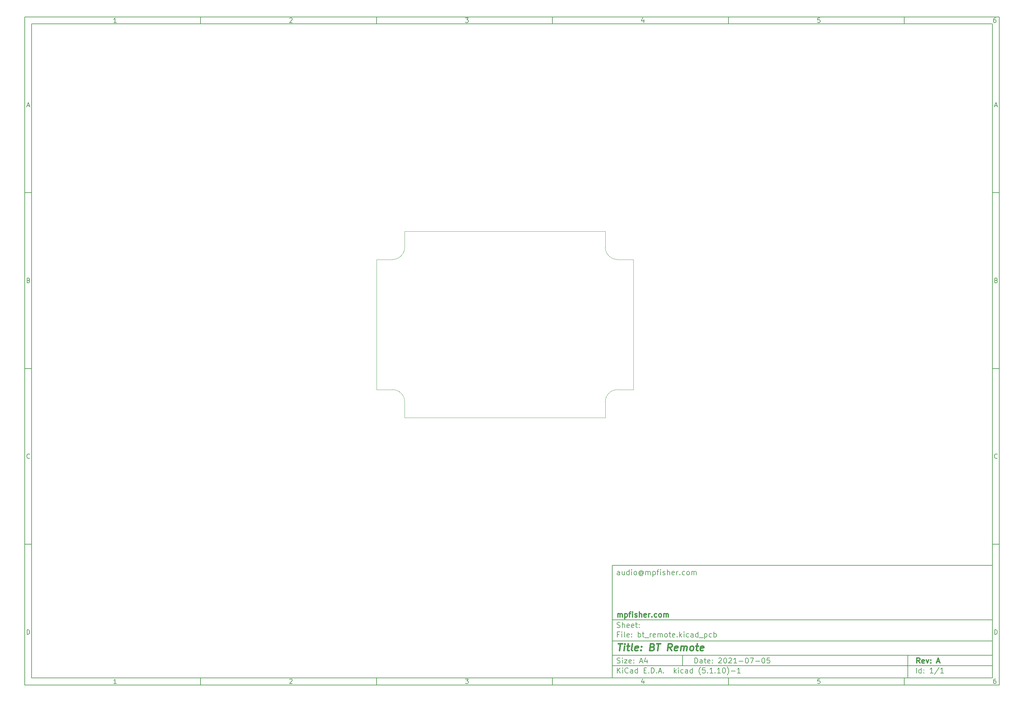
<source format=gbr>
G04 #@! TF.GenerationSoftware,KiCad,Pcbnew,(5.1.10)-1*
G04 #@! TF.CreationDate,2021-11-20T11:05:23+00:00*
G04 #@! TF.ProjectId,bt_remote,62745f72-656d-46f7-9465-2e6b69636164,A*
G04 #@! TF.SameCoordinates,PX68e7780PY7641700*
G04 #@! TF.FileFunction,Profile,NP*
%FSLAX46Y46*%
G04 Gerber Fmt 4.6, Leading zero omitted, Abs format (unit mm)*
G04 Created by KiCad (PCBNEW (5.1.10)-1) date 2021-11-20 11:05:23*
%MOMM*%
%LPD*%
G01*
G04 APERTURE LIST*
%ADD10C,0.100000*%
%ADD11C,0.150000*%
%ADD12C,0.300000*%
%ADD13C,0.400000*%
G04 #@! TA.AperFunction,Profile*
%ADD14C,0.050000*%
G04 #@! TD*
G04 APERTURE END LIST*
D10*
D11*
X67002200Y-42007200D02*
X67002200Y-74007200D01*
X175002200Y-74007200D01*
X175002200Y-42007200D01*
X67002200Y-42007200D01*
D10*
D11*
X-100000000Y114000000D02*
X-100000000Y-76007200D01*
X177002200Y-76007200D01*
X177002200Y114000000D01*
X-100000000Y114000000D01*
D10*
D11*
X-98000000Y112000000D02*
X-98000000Y-74007200D01*
X175002200Y-74007200D01*
X175002200Y112000000D01*
X-98000000Y112000000D01*
D10*
D11*
X-50000000Y112000000D02*
X-50000000Y114000000D01*
D10*
D11*
X0Y112000000D02*
X0Y114000000D01*
D10*
D11*
X50000000Y112000000D02*
X50000000Y114000000D01*
D10*
D11*
X100000000Y112000000D02*
X100000000Y114000000D01*
D10*
D11*
X150000000Y112000000D02*
X150000000Y114000000D01*
D10*
D11*
X-73934524Y112411905D02*
X-74677381Y112411905D01*
X-74305953Y112411905D02*
X-74305953Y113711905D01*
X-74429762Y113526191D01*
X-74553572Y113402381D01*
X-74677381Y113340477D01*
D10*
D11*
X-24677381Y113588096D02*
X-24615477Y113650000D01*
X-24491667Y113711905D01*
X-24182143Y113711905D01*
X-24058334Y113650000D01*
X-23996429Y113588096D01*
X-23934524Y113464286D01*
X-23934524Y113340477D01*
X-23996429Y113154762D01*
X-24739286Y112411905D01*
X-23934524Y112411905D01*
D10*
D11*
X25260714Y113711905D02*
X26065476Y113711905D01*
X25632142Y113216667D01*
X25817857Y113216667D01*
X25941666Y113154762D01*
X26003571Y113092858D01*
X26065476Y112969048D01*
X26065476Y112659524D01*
X26003571Y112535715D01*
X25941666Y112473810D01*
X25817857Y112411905D01*
X25446428Y112411905D01*
X25322619Y112473810D01*
X25260714Y112535715D01*
D10*
D11*
X75941666Y113278572D02*
X75941666Y112411905D01*
X75632142Y113773810D02*
X75322619Y112845239D01*
X76127380Y112845239D01*
D10*
D11*
X126003571Y113711905D02*
X125384523Y113711905D01*
X125322619Y113092858D01*
X125384523Y113154762D01*
X125508333Y113216667D01*
X125817857Y113216667D01*
X125941666Y113154762D01*
X126003571Y113092858D01*
X126065476Y112969048D01*
X126065476Y112659524D01*
X126003571Y112535715D01*
X125941666Y112473810D01*
X125817857Y112411905D01*
X125508333Y112411905D01*
X125384523Y112473810D01*
X125322619Y112535715D01*
D10*
D11*
X175941666Y113711905D02*
X175694047Y113711905D01*
X175570238Y113650000D01*
X175508333Y113588096D01*
X175384523Y113402381D01*
X175322619Y113154762D01*
X175322619Y112659524D01*
X175384523Y112535715D01*
X175446428Y112473810D01*
X175570238Y112411905D01*
X175817857Y112411905D01*
X175941666Y112473810D01*
X176003571Y112535715D01*
X176065476Y112659524D01*
X176065476Y112969048D01*
X176003571Y113092858D01*
X175941666Y113154762D01*
X175817857Y113216667D01*
X175570238Y113216667D01*
X175446428Y113154762D01*
X175384523Y113092858D01*
X175322619Y112969048D01*
D10*
D11*
X-50000000Y-74007200D02*
X-50000000Y-76007200D01*
D10*
D11*
X0Y-74007200D02*
X0Y-76007200D01*
D10*
D11*
X50000000Y-74007200D02*
X50000000Y-76007200D01*
D10*
D11*
X100000000Y-74007200D02*
X100000000Y-76007200D01*
D10*
D11*
X150000000Y-74007200D02*
X150000000Y-76007200D01*
D10*
D11*
X-73934524Y-75595295D02*
X-74677381Y-75595295D01*
X-74305953Y-75595295D02*
X-74305953Y-74295295D01*
X-74429762Y-74481009D01*
X-74553572Y-74604819D01*
X-74677381Y-74666723D01*
D10*
D11*
X-24677381Y-74419104D02*
X-24615477Y-74357200D01*
X-24491667Y-74295295D01*
X-24182143Y-74295295D01*
X-24058334Y-74357200D01*
X-23996429Y-74419104D01*
X-23934524Y-74542914D01*
X-23934524Y-74666723D01*
X-23996429Y-74852438D01*
X-24739286Y-75595295D01*
X-23934524Y-75595295D01*
D10*
D11*
X25260714Y-74295295D02*
X26065476Y-74295295D01*
X25632142Y-74790533D01*
X25817857Y-74790533D01*
X25941666Y-74852438D01*
X26003571Y-74914342D01*
X26065476Y-75038152D01*
X26065476Y-75347676D01*
X26003571Y-75471485D01*
X25941666Y-75533390D01*
X25817857Y-75595295D01*
X25446428Y-75595295D01*
X25322619Y-75533390D01*
X25260714Y-75471485D01*
D10*
D11*
X75941666Y-74728628D02*
X75941666Y-75595295D01*
X75632142Y-74233390D02*
X75322619Y-75161961D01*
X76127380Y-75161961D01*
D10*
D11*
X126003571Y-74295295D02*
X125384523Y-74295295D01*
X125322619Y-74914342D01*
X125384523Y-74852438D01*
X125508333Y-74790533D01*
X125817857Y-74790533D01*
X125941666Y-74852438D01*
X126003571Y-74914342D01*
X126065476Y-75038152D01*
X126065476Y-75347676D01*
X126003571Y-75471485D01*
X125941666Y-75533390D01*
X125817857Y-75595295D01*
X125508333Y-75595295D01*
X125384523Y-75533390D01*
X125322619Y-75471485D01*
D10*
D11*
X175941666Y-74295295D02*
X175694047Y-74295295D01*
X175570238Y-74357200D01*
X175508333Y-74419104D01*
X175384523Y-74604819D01*
X175322619Y-74852438D01*
X175322619Y-75347676D01*
X175384523Y-75471485D01*
X175446428Y-75533390D01*
X175570238Y-75595295D01*
X175817857Y-75595295D01*
X175941666Y-75533390D01*
X176003571Y-75471485D01*
X176065476Y-75347676D01*
X176065476Y-75038152D01*
X176003571Y-74914342D01*
X175941666Y-74852438D01*
X175817857Y-74790533D01*
X175570238Y-74790533D01*
X175446428Y-74852438D01*
X175384523Y-74914342D01*
X175322619Y-75038152D01*
D10*
D11*
X-100000000Y64000000D02*
X-98000000Y64000000D01*
D10*
D11*
X-100000000Y14000000D02*
X-98000000Y14000000D01*
D10*
D11*
X-100000000Y-36000000D02*
X-98000000Y-36000000D01*
D10*
D11*
X-99309524Y88783334D02*
X-98690477Y88783334D01*
X-99433334Y88411905D02*
X-99000000Y89711905D01*
X-98566667Y88411905D01*
D10*
D11*
X-98907143Y39092858D02*
X-98721429Y39030953D01*
X-98659524Y38969048D01*
X-98597620Y38845239D01*
X-98597620Y38659524D01*
X-98659524Y38535715D01*
X-98721429Y38473810D01*
X-98845239Y38411905D01*
X-99340477Y38411905D01*
X-99340477Y39711905D01*
X-98907143Y39711905D01*
X-98783334Y39650000D01*
X-98721429Y39588096D01*
X-98659524Y39464286D01*
X-98659524Y39340477D01*
X-98721429Y39216667D01*
X-98783334Y39154762D01*
X-98907143Y39092858D01*
X-99340477Y39092858D01*
D10*
D11*
X-98597620Y-11464285D02*
X-98659524Y-11526190D01*
X-98845239Y-11588095D01*
X-98969048Y-11588095D01*
X-99154762Y-11526190D01*
X-99278572Y-11402380D01*
X-99340477Y-11278571D01*
X-99402381Y-11030952D01*
X-99402381Y-10845238D01*
X-99340477Y-10597619D01*
X-99278572Y-10473809D01*
X-99154762Y-10350000D01*
X-98969048Y-10288095D01*
X-98845239Y-10288095D01*
X-98659524Y-10350000D01*
X-98597620Y-10411904D01*
D10*
D11*
X-99340477Y-61588095D02*
X-99340477Y-60288095D01*
X-99030953Y-60288095D01*
X-98845239Y-60350000D01*
X-98721429Y-60473809D01*
X-98659524Y-60597619D01*
X-98597620Y-60845238D01*
X-98597620Y-61030952D01*
X-98659524Y-61278571D01*
X-98721429Y-61402380D01*
X-98845239Y-61526190D01*
X-99030953Y-61588095D01*
X-99340477Y-61588095D01*
D10*
D11*
X177002200Y64000000D02*
X175002200Y64000000D01*
D10*
D11*
X177002200Y14000000D02*
X175002200Y14000000D01*
D10*
D11*
X177002200Y-36000000D02*
X175002200Y-36000000D01*
D10*
D11*
X175692676Y88783334D02*
X176311723Y88783334D01*
X175568866Y88411905D02*
X176002200Y89711905D01*
X176435533Y88411905D01*
D10*
D11*
X176095057Y39092858D02*
X176280771Y39030953D01*
X176342676Y38969048D01*
X176404580Y38845239D01*
X176404580Y38659524D01*
X176342676Y38535715D01*
X176280771Y38473810D01*
X176156961Y38411905D01*
X175661723Y38411905D01*
X175661723Y39711905D01*
X176095057Y39711905D01*
X176218866Y39650000D01*
X176280771Y39588096D01*
X176342676Y39464286D01*
X176342676Y39340477D01*
X176280771Y39216667D01*
X176218866Y39154762D01*
X176095057Y39092858D01*
X175661723Y39092858D01*
D10*
D11*
X176404580Y-11464285D02*
X176342676Y-11526190D01*
X176156961Y-11588095D01*
X176033152Y-11588095D01*
X175847438Y-11526190D01*
X175723628Y-11402380D01*
X175661723Y-11278571D01*
X175599819Y-11030952D01*
X175599819Y-10845238D01*
X175661723Y-10597619D01*
X175723628Y-10473809D01*
X175847438Y-10350000D01*
X176033152Y-10288095D01*
X176156961Y-10288095D01*
X176342676Y-10350000D01*
X176404580Y-10411904D01*
D10*
D11*
X175661723Y-61588095D02*
X175661723Y-60288095D01*
X175971247Y-60288095D01*
X176156961Y-60350000D01*
X176280771Y-60473809D01*
X176342676Y-60597619D01*
X176404580Y-60845238D01*
X176404580Y-61030952D01*
X176342676Y-61278571D01*
X176280771Y-61402380D01*
X176156961Y-61526190D01*
X175971247Y-61588095D01*
X175661723Y-61588095D01*
D10*
D11*
X90434342Y-69785771D02*
X90434342Y-68285771D01*
X90791485Y-68285771D01*
X91005771Y-68357200D01*
X91148628Y-68500057D01*
X91220057Y-68642914D01*
X91291485Y-68928628D01*
X91291485Y-69142914D01*
X91220057Y-69428628D01*
X91148628Y-69571485D01*
X91005771Y-69714342D01*
X90791485Y-69785771D01*
X90434342Y-69785771D01*
X92577200Y-69785771D02*
X92577200Y-69000057D01*
X92505771Y-68857200D01*
X92362914Y-68785771D01*
X92077200Y-68785771D01*
X91934342Y-68857200D01*
X92577200Y-69714342D02*
X92434342Y-69785771D01*
X92077200Y-69785771D01*
X91934342Y-69714342D01*
X91862914Y-69571485D01*
X91862914Y-69428628D01*
X91934342Y-69285771D01*
X92077200Y-69214342D01*
X92434342Y-69214342D01*
X92577200Y-69142914D01*
X93077200Y-68785771D02*
X93648628Y-68785771D01*
X93291485Y-68285771D02*
X93291485Y-69571485D01*
X93362914Y-69714342D01*
X93505771Y-69785771D01*
X93648628Y-69785771D01*
X94720057Y-69714342D02*
X94577200Y-69785771D01*
X94291485Y-69785771D01*
X94148628Y-69714342D01*
X94077200Y-69571485D01*
X94077200Y-69000057D01*
X94148628Y-68857200D01*
X94291485Y-68785771D01*
X94577200Y-68785771D01*
X94720057Y-68857200D01*
X94791485Y-69000057D01*
X94791485Y-69142914D01*
X94077200Y-69285771D01*
X95434342Y-69642914D02*
X95505771Y-69714342D01*
X95434342Y-69785771D01*
X95362914Y-69714342D01*
X95434342Y-69642914D01*
X95434342Y-69785771D01*
X95434342Y-68857200D02*
X95505771Y-68928628D01*
X95434342Y-69000057D01*
X95362914Y-68928628D01*
X95434342Y-68857200D01*
X95434342Y-69000057D01*
X97220057Y-68428628D02*
X97291485Y-68357200D01*
X97434342Y-68285771D01*
X97791485Y-68285771D01*
X97934342Y-68357200D01*
X98005771Y-68428628D01*
X98077200Y-68571485D01*
X98077200Y-68714342D01*
X98005771Y-68928628D01*
X97148628Y-69785771D01*
X98077200Y-69785771D01*
X99005771Y-68285771D02*
X99148628Y-68285771D01*
X99291485Y-68357200D01*
X99362914Y-68428628D01*
X99434342Y-68571485D01*
X99505771Y-68857200D01*
X99505771Y-69214342D01*
X99434342Y-69500057D01*
X99362914Y-69642914D01*
X99291485Y-69714342D01*
X99148628Y-69785771D01*
X99005771Y-69785771D01*
X98862914Y-69714342D01*
X98791485Y-69642914D01*
X98720057Y-69500057D01*
X98648628Y-69214342D01*
X98648628Y-68857200D01*
X98720057Y-68571485D01*
X98791485Y-68428628D01*
X98862914Y-68357200D01*
X99005771Y-68285771D01*
X100077200Y-68428628D02*
X100148628Y-68357200D01*
X100291485Y-68285771D01*
X100648628Y-68285771D01*
X100791485Y-68357200D01*
X100862914Y-68428628D01*
X100934342Y-68571485D01*
X100934342Y-68714342D01*
X100862914Y-68928628D01*
X100005771Y-69785771D01*
X100934342Y-69785771D01*
X102362914Y-69785771D02*
X101505771Y-69785771D01*
X101934342Y-69785771D02*
X101934342Y-68285771D01*
X101791485Y-68500057D01*
X101648628Y-68642914D01*
X101505771Y-68714342D01*
X103005771Y-69214342D02*
X104148628Y-69214342D01*
X105148628Y-68285771D02*
X105291485Y-68285771D01*
X105434342Y-68357200D01*
X105505771Y-68428628D01*
X105577200Y-68571485D01*
X105648628Y-68857200D01*
X105648628Y-69214342D01*
X105577200Y-69500057D01*
X105505771Y-69642914D01*
X105434342Y-69714342D01*
X105291485Y-69785771D01*
X105148628Y-69785771D01*
X105005771Y-69714342D01*
X104934342Y-69642914D01*
X104862914Y-69500057D01*
X104791485Y-69214342D01*
X104791485Y-68857200D01*
X104862914Y-68571485D01*
X104934342Y-68428628D01*
X105005771Y-68357200D01*
X105148628Y-68285771D01*
X106148628Y-68285771D02*
X107148628Y-68285771D01*
X106505771Y-69785771D01*
X107720057Y-69214342D02*
X108862914Y-69214342D01*
X109862914Y-68285771D02*
X110005771Y-68285771D01*
X110148628Y-68357200D01*
X110220057Y-68428628D01*
X110291485Y-68571485D01*
X110362914Y-68857200D01*
X110362914Y-69214342D01*
X110291485Y-69500057D01*
X110220057Y-69642914D01*
X110148628Y-69714342D01*
X110005771Y-69785771D01*
X109862914Y-69785771D01*
X109720057Y-69714342D01*
X109648628Y-69642914D01*
X109577200Y-69500057D01*
X109505771Y-69214342D01*
X109505771Y-68857200D01*
X109577200Y-68571485D01*
X109648628Y-68428628D01*
X109720057Y-68357200D01*
X109862914Y-68285771D01*
X111720057Y-68285771D02*
X111005771Y-68285771D01*
X110934342Y-69000057D01*
X111005771Y-68928628D01*
X111148628Y-68857200D01*
X111505771Y-68857200D01*
X111648628Y-68928628D01*
X111720057Y-69000057D01*
X111791485Y-69142914D01*
X111791485Y-69500057D01*
X111720057Y-69642914D01*
X111648628Y-69714342D01*
X111505771Y-69785771D01*
X111148628Y-69785771D01*
X111005771Y-69714342D01*
X110934342Y-69642914D01*
D10*
D11*
X67002200Y-70507200D02*
X175002200Y-70507200D01*
D10*
D11*
X68434342Y-72585771D02*
X68434342Y-71085771D01*
X69291485Y-72585771D02*
X68648628Y-71728628D01*
X69291485Y-71085771D02*
X68434342Y-71942914D01*
X69934342Y-72585771D02*
X69934342Y-71585771D01*
X69934342Y-71085771D02*
X69862914Y-71157200D01*
X69934342Y-71228628D01*
X70005771Y-71157200D01*
X69934342Y-71085771D01*
X69934342Y-71228628D01*
X71505771Y-72442914D02*
X71434342Y-72514342D01*
X71220057Y-72585771D01*
X71077200Y-72585771D01*
X70862914Y-72514342D01*
X70720057Y-72371485D01*
X70648628Y-72228628D01*
X70577200Y-71942914D01*
X70577200Y-71728628D01*
X70648628Y-71442914D01*
X70720057Y-71300057D01*
X70862914Y-71157200D01*
X71077200Y-71085771D01*
X71220057Y-71085771D01*
X71434342Y-71157200D01*
X71505771Y-71228628D01*
X72791485Y-72585771D02*
X72791485Y-71800057D01*
X72720057Y-71657200D01*
X72577200Y-71585771D01*
X72291485Y-71585771D01*
X72148628Y-71657200D01*
X72791485Y-72514342D02*
X72648628Y-72585771D01*
X72291485Y-72585771D01*
X72148628Y-72514342D01*
X72077200Y-72371485D01*
X72077200Y-72228628D01*
X72148628Y-72085771D01*
X72291485Y-72014342D01*
X72648628Y-72014342D01*
X72791485Y-71942914D01*
X74148628Y-72585771D02*
X74148628Y-71085771D01*
X74148628Y-72514342D02*
X74005771Y-72585771D01*
X73720057Y-72585771D01*
X73577200Y-72514342D01*
X73505771Y-72442914D01*
X73434342Y-72300057D01*
X73434342Y-71871485D01*
X73505771Y-71728628D01*
X73577200Y-71657200D01*
X73720057Y-71585771D01*
X74005771Y-71585771D01*
X74148628Y-71657200D01*
X76005771Y-71800057D02*
X76505771Y-71800057D01*
X76720057Y-72585771D02*
X76005771Y-72585771D01*
X76005771Y-71085771D01*
X76720057Y-71085771D01*
X77362914Y-72442914D02*
X77434342Y-72514342D01*
X77362914Y-72585771D01*
X77291485Y-72514342D01*
X77362914Y-72442914D01*
X77362914Y-72585771D01*
X78077200Y-72585771D02*
X78077200Y-71085771D01*
X78434342Y-71085771D01*
X78648628Y-71157200D01*
X78791485Y-71300057D01*
X78862914Y-71442914D01*
X78934342Y-71728628D01*
X78934342Y-71942914D01*
X78862914Y-72228628D01*
X78791485Y-72371485D01*
X78648628Y-72514342D01*
X78434342Y-72585771D01*
X78077200Y-72585771D01*
X79577200Y-72442914D02*
X79648628Y-72514342D01*
X79577200Y-72585771D01*
X79505771Y-72514342D01*
X79577200Y-72442914D01*
X79577200Y-72585771D01*
X80220057Y-72157200D02*
X80934342Y-72157200D01*
X80077200Y-72585771D02*
X80577200Y-71085771D01*
X81077200Y-72585771D01*
X81577200Y-72442914D02*
X81648628Y-72514342D01*
X81577200Y-72585771D01*
X81505771Y-72514342D01*
X81577200Y-72442914D01*
X81577200Y-72585771D01*
X84577200Y-72585771D02*
X84577200Y-71085771D01*
X84720057Y-72014342D02*
X85148628Y-72585771D01*
X85148628Y-71585771D02*
X84577200Y-72157200D01*
X85791485Y-72585771D02*
X85791485Y-71585771D01*
X85791485Y-71085771D02*
X85720057Y-71157200D01*
X85791485Y-71228628D01*
X85862914Y-71157200D01*
X85791485Y-71085771D01*
X85791485Y-71228628D01*
X87148628Y-72514342D02*
X87005771Y-72585771D01*
X86720057Y-72585771D01*
X86577200Y-72514342D01*
X86505771Y-72442914D01*
X86434342Y-72300057D01*
X86434342Y-71871485D01*
X86505771Y-71728628D01*
X86577200Y-71657200D01*
X86720057Y-71585771D01*
X87005771Y-71585771D01*
X87148628Y-71657200D01*
X88434342Y-72585771D02*
X88434342Y-71800057D01*
X88362914Y-71657200D01*
X88220057Y-71585771D01*
X87934342Y-71585771D01*
X87791485Y-71657200D01*
X88434342Y-72514342D02*
X88291485Y-72585771D01*
X87934342Y-72585771D01*
X87791485Y-72514342D01*
X87720057Y-72371485D01*
X87720057Y-72228628D01*
X87791485Y-72085771D01*
X87934342Y-72014342D01*
X88291485Y-72014342D01*
X88434342Y-71942914D01*
X89791485Y-72585771D02*
X89791485Y-71085771D01*
X89791485Y-72514342D02*
X89648628Y-72585771D01*
X89362914Y-72585771D01*
X89220057Y-72514342D01*
X89148628Y-72442914D01*
X89077200Y-72300057D01*
X89077200Y-71871485D01*
X89148628Y-71728628D01*
X89220057Y-71657200D01*
X89362914Y-71585771D01*
X89648628Y-71585771D01*
X89791485Y-71657200D01*
X92077200Y-73157200D02*
X92005771Y-73085771D01*
X91862914Y-72871485D01*
X91791485Y-72728628D01*
X91720057Y-72514342D01*
X91648628Y-72157200D01*
X91648628Y-71871485D01*
X91720057Y-71514342D01*
X91791485Y-71300057D01*
X91862914Y-71157200D01*
X92005771Y-70942914D01*
X92077200Y-70871485D01*
X93362914Y-71085771D02*
X92648628Y-71085771D01*
X92577200Y-71800057D01*
X92648628Y-71728628D01*
X92791485Y-71657200D01*
X93148628Y-71657200D01*
X93291485Y-71728628D01*
X93362914Y-71800057D01*
X93434342Y-71942914D01*
X93434342Y-72300057D01*
X93362914Y-72442914D01*
X93291485Y-72514342D01*
X93148628Y-72585771D01*
X92791485Y-72585771D01*
X92648628Y-72514342D01*
X92577200Y-72442914D01*
X94077200Y-72442914D02*
X94148628Y-72514342D01*
X94077200Y-72585771D01*
X94005771Y-72514342D01*
X94077200Y-72442914D01*
X94077200Y-72585771D01*
X95577200Y-72585771D02*
X94720057Y-72585771D01*
X95148628Y-72585771D02*
X95148628Y-71085771D01*
X95005771Y-71300057D01*
X94862914Y-71442914D01*
X94720057Y-71514342D01*
X96220057Y-72442914D02*
X96291485Y-72514342D01*
X96220057Y-72585771D01*
X96148628Y-72514342D01*
X96220057Y-72442914D01*
X96220057Y-72585771D01*
X97720057Y-72585771D02*
X96862914Y-72585771D01*
X97291485Y-72585771D02*
X97291485Y-71085771D01*
X97148628Y-71300057D01*
X97005771Y-71442914D01*
X96862914Y-71514342D01*
X98648628Y-71085771D02*
X98791485Y-71085771D01*
X98934342Y-71157200D01*
X99005771Y-71228628D01*
X99077200Y-71371485D01*
X99148628Y-71657200D01*
X99148628Y-72014342D01*
X99077200Y-72300057D01*
X99005771Y-72442914D01*
X98934342Y-72514342D01*
X98791485Y-72585771D01*
X98648628Y-72585771D01*
X98505771Y-72514342D01*
X98434342Y-72442914D01*
X98362914Y-72300057D01*
X98291485Y-72014342D01*
X98291485Y-71657200D01*
X98362914Y-71371485D01*
X98434342Y-71228628D01*
X98505771Y-71157200D01*
X98648628Y-71085771D01*
X99648628Y-73157200D02*
X99720057Y-73085771D01*
X99862914Y-72871485D01*
X99934342Y-72728628D01*
X100005771Y-72514342D01*
X100077200Y-72157200D01*
X100077200Y-71871485D01*
X100005771Y-71514342D01*
X99934342Y-71300057D01*
X99862914Y-71157200D01*
X99720057Y-70942914D01*
X99648628Y-70871485D01*
X100791485Y-72014342D02*
X101934342Y-72014342D01*
X103434342Y-72585771D02*
X102577200Y-72585771D01*
X103005771Y-72585771D02*
X103005771Y-71085771D01*
X102862914Y-71300057D01*
X102720057Y-71442914D01*
X102577200Y-71514342D01*
D10*
D11*
X67002200Y-67507200D02*
X175002200Y-67507200D01*
D10*
D12*
X154411485Y-69785771D02*
X153911485Y-69071485D01*
X153554342Y-69785771D02*
X153554342Y-68285771D01*
X154125771Y-68285771D01*
X154268628Y-68357200D01*
X154340057Y-68428628D01*
X154411485Y-68571485D01*
X154411485Y-68785771D01*
X154340057Y-68928628D01*
X154268628Y-69000057D01*
X154125771Y-69071485D01*
X153554342Y-69071485D01*
X155625771Y-69714342D02*
X155482914Y-69785771D01*
X155197200Y-69785771D01*
X155054342Y-69714342D01*
X154982914Y-69571485D01*
X154982914Y-69000057D01*
X155054342Y-68857200D01*
X155197200Y-68785771D01*
X155482914Y-68785771D01*
X155625771Y-68857200D01*
X155697200Y-69000057D01*
X155697200Y-69142914D01*
X154982914Y-69285771D01*
X156197200Y-68785771D02*
X156554342Y-69785771D01*
X156911485Y-68785771D01*
X157482914Y-69642914D02*
X157554342Y-69714342D01*
X157482914Y-69785771D01*
X157411485Y-69714342D01*
X157482914Y-69642914D01*
X157482914Y-69785771D01*
X157482914Y-68857200D02*
X157554342Y-68928628D01*
X157482914Y-69000057D01*
X157411485Y-68928628D01*
X157482914Y-68857200D01*
X157482914Y-69000057D01*
X159268628Y-69357200D02*
X159982914Y-69357200D01*
X159125771Y-69785771D02*
X159625771Y-68285771D01*
X160125771Y-69785771D01*
D10*
D11*
X68362914Y-69714342D02*
X68577200Y-69785771D01*
X68934342Y-69785771D01*
X69077200Y-69714342D01*
X69148628Y-69642914D01*
X69220057Y-69500057D01*
X69220057Y-69357200D01*
X69148628Y-69214342D01*
X69077200Y-69142914D01*
X68934342Y-69071485D01*
X68648628Y-69000057D01*
X68505771Y-68928628D01*
X68434342Y-68857200D01*
X68362914Y-68714342D01*
X68362914Y-68571485D01*
X68434342Y-68428628D01*
X68505771Y-68357200D01*
X68648628Y-68285771D01*
X69005771Y-68285771D01*
X69220057Y-68357200D01*
X69862914Y-69785771D02*
X69862914Y-68785771D01*
X69862914Y-68285771D02*
X69791485Y-68357200D01*
X69862914Y-68428628D01*
X69934342Y-68357200D01*
X69862914Y-68285771D01*
X69862914Y-68428628D01*
X70434342Y-68785771D02*
X71220057Y-68785771D01*
X70434342Y-69785771D01*
X71220057Y-69785771D01*
X72362914Y-69714342D02*
X72220057Y-69785771D01*
X71934342Y-69785771D01*
X71791485Y-69714342D01*
X71720057Y-69571485D01*
X71720057Y-69000057D01*
X71791485Y-68857200D01*
X71934342Y-68785771D01*
X72220057Y-68785771D01*
X72362914Y-68857200D01*
X72434342Y-69000057D01*
X72434342Y-69142914D01*
X71720057Y-69285771D01*
X73077200Y-69642914D02*
X73148628Y-69714342D01*
X73077200Y-69785771D01*
X73005771Y-69714342D01*
X73077200Y-69642914D01*
X73077200Y-69785771D01*
X73077200Y-68857200D02*
X73148628Y-68928628D01*
X73077200Y-69000057D01*
X73005771Y-68928628D01*
X73077200Y-68857200D01*
X73077200Y-69000057D01*
X74862914Y-69357200D02*
X75577200Y-69357200D01*
X74720057Y-69785771D02*
X75220057Y-68285771D01*
X75720057Y-69785771D01*
X76862914Y-68785771D02*
X76862914Y-69785771D01*
X76505771Y-68214342D02*
X76148628Y-69285771D01*
X77077200Y-69285771D01*
D10*
D11*
X153434342Y-72585771D02*
X153434342Y-71085771D01*
X154791485Y-72585771D02*
X154791485Y-71085771D01*
X154791485Y-72514342D02*
X154648628Y-72585771D01*
X154362914Y-72585771D01*
X154220057Y-72514342D01*
X154148628Y-72442914D01*
X154077200Y-72300057D01*
X154077200Y-71871485D01*
X154148628Y-71728628D01*
X154220057Y-71657200D01*
X154362914Y-71585771D01*
X154648628Y-71585771D01*
X154791485Y-71657200D01*
X155505771Y-72442914D02*
X155577200Y-72514342D01*
X155505771Y-72585771D01*
X155434342Y-72514342D01*
X155505771Y-72442914D01*
X155505771Y-72585771D01*
X155505771Y-71657200D02*
X155577200Y-71728628D01*
X155505771Y-71800057D01*
X155434342Y-71728628D01*
X155505771Y-71657200D01*
X155505771Y-71800057D01*
X158148628Y-72585771D02*
X157291485Y-72585771D01*
X157720057Y-72585771D02*
X157720057Y-71085771D01*
X157577200Y-71300057D01*
X157434342Y-71442914D01*
X157291485Y-71514342D01*
X159862914Y-71014342D02*
X158577200Y-72942914D01*
X161148628Y-72585771D02*
X160291485Y-72585771D01*
X160720057Y-72585771D02*
X160720057Y-71085771D01*
X160577200Y-71300057D01*
X160434342Y-71442914D01*
X160291485Y-71514342D01*
D10*
D11*
X67002200Y-63507200D02*
X175002200Y-63507200D01*
D10*
D13*
X68714580Y-64211961D02*
X69857438Y-64211961D01*
X69036009Y-66211961D02*
X69286009Y-64211961D01*
X70274104Y-66211961D02*
X70440771Y-64878628D01*
X70524104Y-64211961D02*
X70416961Y-64307200D01*
X70500295Y-64402438D01*
X70607438Y-64307200D01*
X70524104Y-64211961D01*
X70500295Y-64402438D01*
X71107438Y-64878628D02*
X71869342Y-64878628D01*
X71476485Y-64211961D02*
X71262200Y-65926247D01*
X71333628Y-66116723D01*
X71512200Y-66211961D01*
X71702676Y-66211961D01*
X72655057Y-66211961D02*
X72476485Y-66116723D01*
X72405057Y-65926247D01*
X72619342Y-64211961D01*
X74190771Y-66116723D02*
X73988390Y-66211961D01*
X73607438Y-66211961D01*
X73428866Y-66116723D01*
X73357438Y-65926247D01*
X73452676Y-65164342D01*
X73571723Y-64973866D01*
X73774104Y-64878628D01*
X74155057Y-64878628D01*
X74333628Y-64973866D01*
X74405057Y-65164342D01*
X74381247Y-65354819D01*
X73405057Y-65545295D01*
X75155057Y-66021485D02*
X75238390Y-66116723D01*
X75131247Y-66211961D01*
X75047914Y-66116723D01*
X75155057Y-66021485D01*
X75131247Y-66211961D01*
X75286009Y-64973866D02*
X75369342Y-65069104D01*
X75262200Y-65164342D01*
X75178866Y-65069104D01*
X75286009Y-64973866D01*
X75262200Y-65164342D01*
X78405057Y-65164342D02*
X78678866Y-65259580D01*
X78762200Y-65354819D01*
X78833628Y-65545295D01*
X78797914Y-65831009D01*
X78678866Y-66021485D01*
X78571723Y-66116723D01*
X78369342Y-66211961D01*
X77607438Y-66211961D01*
X77857438Y-64211961D01*
X78524104Y-64211961D01*
X78702676Y-64307200D01*
X78786009Y-64402438D01*
X78857438Y-64592914D01*
X78833628Y-64783390D01*
X78714580Y-64973866D01*
X78607438Y-65069104D01*
X78405057Y-65164342D01*
X77738390Y-65164342D01*
X79571723Y-64211961D02*
X80714580Y-64211961D01*
X79893152Y-66211961D02*
X80143152Y-64211961D01*
X83797914Y-66211961D02*
X83250295Y-65259580D01*
X82655057Y-66211961D02*
X82905057Y-64211961D01*
X83666961Y-64211961D01*
X83845533Y-64307200D01*
X83928866Y-64402438D01*
X84000295Y-64592914D01*
X83964580Y-64878628D01*
X83845533Y-65069104D01*
X83738390Y-65164342D01*
X83536009Y-65259580D01*
X82774104Y-65259580D01*
X85428866Y-66116723D02*
X85226485Y-66211961D01*
X84845533Y-66211961D01*
X84666961Y-66116723D01*
X84595533Y-65926247D01*
X84690771Y-65164342D01*
X84809819Y-64973866D01*
X85012200Y-64878628D01*
X85393152Y-64878628D01*
X85571723Y-64973866D01*
X85643152Y-65164342D01*
X85619342Y-65354819D01*
X84643152Y-65545295D01*
X86369342Y-66211961D02*
X86536009Y-64878628D01*
X86512200Y-65069104D02*
X86619342Y-64973866D01*
X86821723Y-64878628D01*
X87107438Y-64878628D01*
X87286009Y-64973866D01*
X87357438Y-65164342D01*
X87226485Y-66211961D01*
X87357438Y-65164342D02*
X87476485Y-64973866D01*
X87678866Y-64878628D01*
X87964580Y-64878628D01*
X88143152Y-64973866D01*
X88214580Y-65164342D01*
X88083628Y-66211961D01*
X89321723Y-66211961D02*
X89143152Y-66116723D01*
X89059819Y-66021485D01*
X88988390Y-65831009D01*
X89059819Y-65259580D01*
X89178866Y-65069104D01*
X89286009Y-64973866D01*
X89488390Y-64878628D01*
X89774104Y-64878628D01*
X89952676Y-64973866D01*
X90036009Y-65069104D01*
X90107438Y-65259580D01*
X90036009Y-65831009D01*
X89916961Y-66021485D01*
X89809819Y-66116723D01*
X89607438Y-66211961D01*
X89321723Y-66211961D01*
X90726485Y-64878628D02*
X91488390Y-64878628D01*
X91095533Y-64211961D02*
X90881247Y-65926247D01*
X90952676Y-66116723D01*
X91131247Y-66211961D01*
X91321723Y-66211961D01*
X92762200Y-66116723D02*
X92559819Y-66211961D01*
X92178866Y-66211961D01*
X92000295Y-66116723D01*
X91928866Y-65926247D01*
X92024104Y-65164342D01*
X92143152Y-64973866D01*
X92345533Y-64878628D01*
X92726485Y-64878628D01*
X92905057Y-64973866D01*
X92976485Y-65164342D01*
X92952676Y-65354819D01*
X91976485Y-65545295D01*
D10*
D11*
X68934342Y-61600057D02*
X68434342Y-61600057D01*
X68434342Y-62385771D02*
X68434342Y-60885771D01*
X69148628Y-60885771D01*
X69720057Y-62385771D02*
X69720057Y-61385771D01*
X69720057Y-60885771D02*
X69648628Y-60957200D01*
X69720057Y-61028628D01*
X69791485Y-60957200D01*
X69720057Y-60885771D01*
X69720057Y-61028628D01*
X70648628Y-62385771D02*
X70505771Y-62314342D01*
X70434342Y-62171485D01*
X70434342Y-60885771D01*
X71791485Y-62314342D02*
X71648628Y-62385771D01*
X71362914Y-62385771D01*
X71220057Y-62314342D01*
X71148628Y-62171485D01*
X71148628Y-61600057D01*
X71220057Y-61457200D01*
X71362914Y-61385771D01*
X71648628Y-61385771D01*
X71791485Y-61457200D01*
X71862914Y-61600057D01*
X71862914Y-61742914D01*
X71148628Y-61885771D01*
X72505771Y-62242914D02*
X72577200Y-62314342D01*
X72505771Y-62385771D01*
X72434342Y-62314342D01*
X72505771Y-62242914D01*
X72505771Y-62385771D01*
X72505771Y-61457200D02*
X72577200Y-61528628D01*
X72505771Y-61600057D01*
X72434342Y-61528628D01*
X72505771Y-61457200D01*
X72505771Y-61600057D01*
X74362914Y-62385771D02*
X74362914Y-60885771D01*
X74362914Y-61457200D02*
X74505771Y-61385771D01*
X74791485Y-61385771D01*
X74934342Y-61457200D01*
X75005771Y-61528628D01*
X75077200Y-61671485D01*
X75077200Y-62100057D01*
X75005771Y-62242914D01*
X74934342Y-62314342D01*
X74791485Y-62385771D01*
X74505771Y-62385771D01*
X74362914Y-62314342D01*
X75505771Y-61385771D02*
X76077200Y-61385771D01*
X75720057Y-60885771D02*
X75720057Y-62171485D01*
X75791485Y-62314342D01*
X75934342Y-62385771D01*
X76077200Y-62385771D01*
X76220057Y-62528628D02*
X77362914Y-62528628D01*
X77720057Y-62385771D02*
X77720057Y-61385771D01*
X77720057Y-61671485D02*
X77791485Y-61528628D01*
X77862914Y-61457200D01*
X78005771Y-61385771D01*
X78148628Y-61385771D01*
X79220057Y-62314342D02*
X79077200Y-62385771D01*
X78791485Y-62385771D01*
X78648628Y-62314342D01*
X78577200Y-62171485D01*
X78577200Y-61600057D01*
X78648628Y-61457200D01*
X78791485Y-61385771D01*
X79077200Y-61385771D01*
X79220057Y-61457200D01*
X79291485Y-61600057D01*
X79291485Y-61742914D01*
X78577200Y-61885771D01*
X79934342Y-62385771D02*
X79934342Y-61385771D01*
X79934342Y-61528628D02*
X80005771Y-61457200D01*
X80148628Y-61385771D01*
X80362914Y-61385771D01*
X80505771Y-61457200D01*
X80577200Y-61600057D01*
X80577200Y-62385771D01*
X80577200Y-61600057D02*
X80648628Y-61457200D01*
X80791485Y-61385771D01*
X81005771Y-61385771D01*
X81148628Y-61457200D01*
X81220057Y-61600057D01*
X81220057Y-62385771D01*
X82148628Y-62385771D02*
X82005771Y-62314342D01*
X81934342Y-62242914D01*
X81862914Y-62100057D01*
X81862914Y-61671485D01*
X81934342Y-61528628D01*
X82005771Y-61457200D01*
X82148628Y-61385771D01*
X82362914Y-61385771D01*
X82505771Y-61457200D01*
X82577200Y-61528628D01*
X82648628Y-61671485D01*
X82648628Y-62100057D01*
X82577200Y-62242914D01*
X82505771Y-62314342D01*
X82362914Y-62385771D01*
X82148628Y-62385771D01*
X83077200Y-61385771D02*
X83648628Y-61385771D01*
X83291485Y-60885771D02*
X83291485Y-62171485D01*
X83362914Y-62314342D01*
X83505771Y-62385771D01*
X83648628Y-62385771D01*
X84720057Y-62314342D02*
X84577200Y-62385771D01*
X84291485Y-62385771D01*
X84148628Y-62314342D01*
X84077200Y-62171485D01*
X84077200Y-61600057D01*
X84148628Y-61457200D01*
X84291485Y-61385771D01*
X84577200Y-61385771D01*
X84720057Y-61457200D01*
X84791485Y-61600057D01*
X84791485Y-61742914D01*
X84077200Y-61885771D01*
X85434342Y-62242914D02*
X85505771Y-62314342D01*
X85434342Y-62385771D01*
X85362914Y-62314342D01*
X85434342Y-62242914D01*
X85434342Y-62385771D01*
X86148628Y-62385771D02*
X86148628Y-60885771D01*
X86291485Y-61814342D02*
X86720057Y-62385771D01*
X86720057Y-61385771D02*
X86148628Y-61957200D01*
X87362914Y-62385771D02*
X87362914Y-61385771D01*
X87362914Y-60885771D02*
X87291485Y-60957200D01*
X87362914Y-61028628D01*
X87434342Y-60957200D01*
X87362914Y-60885771D01*
X87362914Y-61028628D01*
X88720057Y-62314342D02*
X88577200Y-62385771D01*
X88291485Y-62385771D01*
X88148628Y-62314342D01*
X88077200Y-62242914D01*
X88005771Y-62100057D01*
X88005771Y-61671485D01*
X88077200Y-61528628D01*
X88148628Y-61457200D01*
X88291485Y-61385771D01*
X88577200Y-61385771D01*
X88720057Y-61457200D01*
X90005771Y-62385771D02*
X90005771Y-61600057D01*
X89934342Y-61457200D01*
X89791485Y-61385771D01*
X89505771Y-61385771D01*
X89362914Y-61457200D01*
X90005771Y-62314342D02*
X89862914Y-62385771D01*
X89505771Y-62385771D01*
X89362914Y-62314342D01*
X89291485Y-62171485D01*
X89291485Y-62028628D01*
X89362914Y-61885771D01*
X89505771Y-61814342D01*
X89862914Y-61814342D01*
X90005771Y-61742914D01*
X91362914Y-62385771D02*
X91362914Y-60885771D01*
X91362914Y-62314342D02*
X91220057Y-62385771D01*
X90934342Y-62385771D01*
X90791485Y-62314342D01*
X90720057Y-62242914D01*
X90648628Y-62100057D01*
X90648628Y-61671485D01*
X90720057Y-61528628D01*
X90791485Y-61457200D01*
X90934342Y-61385771D01*
X91220057Y-61385771D01*
X91362914Y-61457200D01*
X91720057Y-62528628D02*
X92862914Y-62528628D01*
X93220057Y-61385771D02*
X93220057Y-62885771D01*
X93220057Y-61457200D02*
X93362914Y-61385771D01*
X93648628Y-61385771D01*
X93791485Y-61457200D01*
X93862914Y-61528628D01*
X93934342Y-61671485D01*
X93934342Y-62100057D01*
X93862914Y-62242914D01*
X93791485Y-62314342D01*
X93648628Y-62385771D01*
X93362914Y-62385771D01*
X93220057Y-62314342D01*
X95220057Y-62314342D02*
X95077200Y-62385771D01*
X94791485Y-62385771D01*
X94648628Y-62314342D01*
X94577200Y-62242914D01*
X94505771Y-62100057D01*
X94505771Y-61671485D01*
X94577200Y-61528628D01*
X94648628Y-61457200D01*
X94791485Y-61385771D01*
X95077200Y-61385771D01*
X95220057Y-61457200D01*
X95862914Y-62385771D02*
X95862914Y-60885771D01*
X95862914Y-61457200D02*
X96005771Y-61385771D01*
X96291485Y-61385771D01*
X96434342Y-61457200D01*
X96505771Y-61528628D01*
X96577200Y-61671485D01*
X96577200Y-62100057D01*
X96505771Y-62242914D01*
X96434342Y-62314342D01*
X96291485Y-62385771D01*
X96005771Y-62385771D01*
X95862914Y-62314342D01*
D10*
D11*
X67002200Y-57507200D02*
X175002200Y-57507200D01*
D10*
D11*
X68362914Y-59614342D02*
X68577200Y-59685771D01*
X68934342Y-59685771D01*
X69077200Y-59614342D01*
X69148628Y-59542914D01*
X69220057Y-59400057D01*
X69220057Y-59257200D01*
X69148628Y-59114342D01*
X69077200Y-59042914D01*
X68934342Y-58971485D01*
X68648628Y-58900057D01*
X68505771Y-58828628D01*
X68434342Y-58757200D01*
X68362914Y-58614342D01*
X68362914Y-58471485D01*
X68434342Y-58328628D01*
X68505771Y-58257200D01*
X68648628Y-58185771D01*
X69005771Y-58185771D01*
X69220057Y-58257200D01*
X69862914Y-59685771D02*
X69862914Y-58185771D01*
X70505771Y-59685771D02*
X70505771Y-58900057D01*
X70434342Y-58757200D01*
X70291485Y-58685771D01*
X70077200Y-58685771D01*
X69934342Y-58757200D01*
X69862914Y-58828628D01*
X71791485Y-59614342D02*
X71648628Y-59685771D01*
X71362914Y-59685771D01*
X71220057Y-59614342D01*
X71148628Y-59471485D01*
X71148628Y-58900057D01*
X71220057Y-58757200D01*
X71362914Y-58685771D01*
X71648628Y-58685771D01*
X71791485Y-58757200D01*
X71862914Y-58900057D01*
X71862914Y-59042914D01*
X71148628Y-59185771D01*
X73077200Y-59614342D02*
X72934342Y-59685771D01*
X72648628Y-59685771D01*
X72505771Y-59614342D01*
X72434342Y-59471485D01*
X72434342Y-58900057D01*
X72505771Y-58757200D01*
X72648628Y-58685771D01*
X72934342Y-58685771D01*
X73077200Y-58757200D01*
X73148628Y-58900057D01*
X73148628Y-59042914D01*
X72434342Y-59185771D01*
X73577200Y-58685771D02*
X74148628Y-58685771D01*
X73791485Y-58185771D02*
X73791485Y-59471485D01*
X73862914Y-59614342D01*
X74005771Y-59685771D01*
X74148628Y-59685771D01*
X74648628Y-59542914D02*
X74720057Y-59614342D01*
X74648628Y-59685771D01*
X74577200Y-59614342D01*
X74648628Y-59542914D01*
X74648628Y-59685771D01*
X74648628Y-58757200D02*
X74720057Y-58828628D01*
X74648628Y-58900057D01*
X74577200Y-58828628D01*
X74648628Y-58757200D01*
X74648628Y-58900057D01*
D10*
D12*
X68554342Y-56685771D02*
X68554342Y-55685771D01*
X68554342Y-55828628D02*
X68625771Y-55757200D01*
X68768628Y-55685771D01*
X68982914Y-55685771D01*
X69125771Y-55757200D01*
X69197200Y-55900057D01*
X69197200Y-56685771D01*
X69197200Y-55900057D02*
X69268628Y-55757200D01*
X69411485Y-55685771D01*
X69625771Y-55685771D01*
X69768628Y-55757200D01*
X69840057Y-55900057D01*
X69840057Y-56685771D01*
X70554342Y-55685771D02*
X70554342Y-57185771D01*
X70554342Y-55757200D02*
X70697200Y-55685771D01*
X70982914Y-55685771D01*
X71125771Y-55757200D01*
X71197200Y-55828628D01*
X71268628Y-55971485D01*
X71268628Y-56400057D01*
X71197200Y-56542914D01*
X71125771Y-56614342D01*
X70982914Y-56685771D01*
X70697200Y-56685771D01*
X70554342Y-56614342D01*
X71697200Y-55685771D02*
X72268628Y-55685771D01*
X71911485Y-56685771D02*
X71911485Y-55400057D01*
X71982914Y-55257200D01*
X72125771Y-55185771D01*
X72268628Y-55185771D01*
X72768628Y-56685771D02*
X72768628Y-55685771D01*
X72768628Y-55185771D02*
X72697200Y-55257200D01*
X72768628Y-55328628D01*
X72840057Y-55257200D01*
X72768628Y-55185771D01*
X72768628Y-55328628D01*
X73411485Y-56614342D02*
X73554342Y-56685771D01*
X73840057Y-56685771D01*
X73982914Y-56614342D01*
X74054342Y-56471485D01*
X74054342Y-56400057D01*
X73982914Y-56257200D01*
X73840057Y-56185771D01*
X73625771Y-56185771D01*
X73482914Y-56114342D01*
X73411485Y-55971485D01*
X73411485Y-55900057D01*
X73482914Y-55757200D01*
X73625771Y-55685771D01*
X73840057Y-55685771D01*
X73982914Y-55757200D01*
X74697200Y-56685771D02*
X74697200Y-55185771D01*
X75340057Y-56685771D02*
X75340057Y-55900057D01*
X75268628Y-55757200D01*
X75125771Y-55685771D01*
X74911485Y-55685771D01*
X74768628Y-55757200D01*
X74697200Y-55828628D01*
X76625771Y-56614342D02*
X76482914Y-56685771D01*
X76197200Y-56685771D01*
X76054342Y-56614342D01*
X75982914Y-56471485D01*
X75982914Y-55900057D01*
X76054342Y-55757200D01*
X76197200Y-55685771D01*
X76482914Y-55685771D01*
X76625771Y-55757200D01*
X76697200Y-55900057D01*
X76697200Y-56042914D01*
X75982914Y-56185771D01*
X77340057Y-56685771D02*
X77340057Y-55685771D01*
X77340057Y-55971485D02*
X77411485Y-55828628D01*
X77482914Y-55757200D01*
X77625771Y-55685771D01*
X77768628Y-55685771D01*
X78268628Y-56542914D02*
X78340057Y-56614342D01*
X78268628Y-56685771D01*
X78197200Y-56614342D01*
X78268628Y-56542914D01*
X78268628Y-56685771D01*
X79625771Y-56614342D02*
X79482914Y-56685771D01*
X79197200Y-56685771D01*
X79054342Y-56614342D01*
X78982914Y-56542914D01*
X78911485Y-56400057D01*
X78911485Y-55971485D01*
X78982914Y-55828628D01*
X79054342Y-55757200D01*
X79197200Y-55685771D01*
X79482914Y-55685771D01*
X79625771Y-55757200D01*
X80482914Y-56685771D02*
X80340057Y-56614342D01*
X80268628Y-56542914D01*
X80197200Y-56400057D01*
X80197200Y-55971485D01*
X80268628Y-55828628D01*
X80340057Y-55757200D01*
X80482914Y-55685771D01*
X80697200Y-55685771D01*
X80840057Y-55757200D01*
X80911485Y-55828628D01*
X80982914Y-55971485D01*
X80982914Y-56400057D01*
X80911485Y-56542914D01*
X80840057Y-56614342D01*
X80697200Y-56685771D01*
X80482914Y-56685771D01*
X81625771Y-56685771D02*
X81625771Y-55685771D01*
X81625771Y-55828628D02*
X81697200Y-55757200D01*
X81840057Y-55685771D01*
X82054342Y-55685771D01*
X82197200Y-55757200D01*
X82268628Y-55900057D01*
X82268628Y-56685771D01*
X82268628Y-55900057D02*
X82340057Y-55757200D01*
X82482914Y-55685771D01*
X82697200Y-55685771D01*
X82840057Y-55757200D01*
X82911485Y-55900057D01*
X82911485Y-56685771D01*
D10*
D11*
X69077200Y-44685771D02*
X69077200Y-43900057D01*
X69005771Y-43757200D01*
X68862914Y-43685771D01*
X68577200Y-43685771D01*
X68434342Y-43757200D01*
X69077200Y-44614342D02*
X68934342Y-44685771D01*
X68577200Y-44685771D01*
X68434342Y-44614342D01*
X68362914Y-44471485D01*
X68362914Y-44328628D01*
X68434342Y-44185771D01*
X68577200Y-44114342D01*
X68934342Y-44114342D01*
X69077200Y-44042914D01*
X70434342Y-43685771D02*
X70434342Y-44685771D01*
X69791485Y-43685771D02*
X69791485Y-44471485D01*
X69862914Y-44614342D01*
X70005771Y-44685771D01*
X70220057Y-44685771D01*
X70362914Y-44614342D01*
X70434342Y-44542914D01*
X71791485Y-44685771D02*
X71791485Y-43185771D01*
X71791485Y-44614342D02*
X71648628Y-44685771D01*
X71362914Y-44685771D01*
X71220057Y-44614342D01*
X71148628Y-44542914D01*
X71077200Y-44400057D01*
X71077200Y-43971485D01*
X71148628Y-43828628D01*
X71220057Y-43757200D01*
X71362914Y-43685771D01*
X71648628Y-43685771D01*
X71791485Y-43757200D01*
X72505771Y-44685771D02*
X72505771Y-43685771D01*
X72505771Y-43185771D02*
X72434342Y-43257200D01*
X72505771Y-43328628D01*
X72577200Y-43257200D01*
X72505771Y-43185771D01*
X72505771Y-43328628D01*
X73434342Y-44685771D02*
X73291485Y-44614342D01*
X73220057Y-44542914D01*
X73148628Y-44400057D01*
X73148628Y-43971485D01*
X73220057Y-43828628D01*
X73291485Y-43757200D01*
X73434342Y-43685771D01*
X73648628Y-43685771D01*
X73791485Y-43757200D01*
X73862914Y-43828628D01*
X73934342Y-43971485D01*
X73934342Y-44400057D01*
X73862914Y-44542914D01*
X73791485Y-44614342D01*
X73648628Y-44685771D01*
X73434342Y-44685771D01*
X75505771Y-43971485D02*
X75434342Y-43900057D01*
X75291485Y-43828628D01*
X75148628Y-43828628D01*
X75005771Y-43900057D01*
X74934342Y-43971485D01*
X74862914Y-44114342D01*
X74862914Y-44257200D01*
X74934342Y-44400057D01*
X75005771Y-44471485D01*
X75148628Y-44542914D01*
X75291485Y-44542914D01*
X75434342Y-44471485D01*
X75505771Y-44400057D01*
X75505771Y-43828628D02*
X75505771Y-44400057D01*
X75577200Y-44471485D01*
X75648628Y-44471485D01*
X75791485Y-44400057D01*
X75862914Y-44257200D01*
X75862914Y-43900057D01*
X75720057Y-43685771D01*
X75505771Y-43542914D01*
X75220057Y-43471485D01*
X74934342Y-43542914D01*
X74720057Y-43685771D01*
X74577200Y-43900057D01*
X74505771Y-44185771D01*
X74577200Y-44471485D01*
X74720057Y-44685771D01*
X74934342Y-44828628D01*
X75220057Y-44900057D01*
X75505771Y-44828628D01*
X75720057Y-44685771D01*
X76505771Y-44685771D02*
X76505771Y-43685771D01*
X76505771Y-43828628D02*
X76577200Y-43757200D01*
X76720057Y-43685771D01*
X76934342Y-43685771D01*
X77077200Y-43757200D01*
X77148628Y-43900057D01*
X77148628Y-44685771D01*
X77148628Y-43900057D02*
X77220057Y-43757200D01*
X77362914Y-43685771D01*
X77577200Y-43685771D01*
X77720057Y-43757200D01*
X77791485Y-43900057D01*
X77791485Y-44685771D01*
X78505771Y-43685771D02*
X78505771Y-45185771D01*
X78505771Y-43757200D02*
X78648628Y-43685771D01*
X78934342Y-43685771D01*
X79077200Y-43757200D01*
X79148628Y-43828628D01*
X79220057Y-43971485D01*
X79220057Y-44400057D01*
X79148628Y-44542914D01*
X79077200Y-44614342D01*
X78934342Y-44685771D01*
X78648628Y-44685771D01*
X78505771Y-44614342D01*
X79648628Y-43685771D02*
X80220057Y-43685771D01*
X79862914Y-44685771D02*
X79862914Y-43400057D01*
X79934342Y-43257200D01*
X80077200Y-43185771D01*
X80220057Y-43185771D01*
X80720057Y-44685771D02*
X80720057Y-43685771D01*
X80720057Y-43185771D02*
X80648628Y-43257200D01*
X80720057Y-43328628D01*
X80791485Y-43257200D01*
X80720057Y-43185771D01*
X80720057Y-43328628D01*
X81362914Y-44614342D02*
X81505771Y-44685771D01*
X81791485Y-44685771D01*
X81934342Y-44614342D01*
X82005771Y-44471485D01*
X82005771Y-44400057D01*
X81934342Y-44257200D01*
X81791485Y-44185771D01*
X81577200Y-44185771D01*
X81434342Y-44114342D01*
X81362914Y-43971485D01*
X81362914Y-43900057D01*
X81434342Y-43757200D01*
X81577200Y-43685771D01*
X81791485Y-43685771D01*
X81934342Y-43757200D01*
X82648628Y-44685771D02*
X82648628Y-43185771D01*
X83291485Y-44685771D02*
X83291485Y-43900057D01*
X83220057Y-43757200D01*
X83077200Y-43685771D01*
X82862914Y-43685771D01*
X82720057Y-43757200D01*
X82648628Y-43828628D01*
X84577200Y-44614342D02*
X84434342Y-44685771D01*
X84148628Y-44685771D01*
X84005771Y-44614342D01*
X83934342Y-44471485D01*
X83934342Y-43900057D01*
X84005771Y-43757200D01*
X84148628Y-43685771D01*
X84434342Y-43685771D01*
X84577200Y-43757200D01*
X84648628Y-43900057D01*
X84648628Y-44042914D01*
X83934342Y-44185771D01*
X85291485Y-44685771D02*
X85291485Y-43685771D01*
X85291485Y-43971485D02*
X85362914Y-43828628D01*
X85434342Y-43757200D01*
X85577200Y-43685771D01*
X85720057Y-43685771D01*
X86220057Y-44542914D02*
X86291485Y-44614342D01*
X86220057Y-44685771D01*
X86148628Y-44614342D01*
X86220057Y-44542914D01*
X86220057Y-44685771D01*
X87577200Y-44614342D02*
X87434342Y-44685771D01*
X87148628Y-44685771D01*
X87005771Y-44614342D01*
X86934342Y-44542914D01*
X86862914Y-44400057D01*
X86862914Y-43971485D01*
X86934342Y-43828628D01*
X87005771Y-43757200D01*
X87148628Y-43685771D01*
X87434342Y-43685771D01*
X87577200Y-43757200D01*
X88434342Y-44685771D02*
X88291485Y-44614342D01*
X88220057Y-44542914D01*
X88148628Y-44400057D01*
X88148628Y-43971485D01*
X88220057Y-43828628D01*
X88291485Y-43757200D01*
X88434342Y-43685771D01*
X88648628Y-43685771D01*
X88791485Y-43757200D01*
X88862914Y-43828628D01*
X88934342Y-43971485D01*
X88934342Y-44400057D01*
X88862914Y-44542914D01*
X88791485Y-44614342D01*
X88648628Y-44685771D01*
X88434342Y-44685771D01*
X89577200Y-44685771D02*
X89577200Y-43685771D01*
X89577200Y-43828628D02*
X89648628Y-43757200D01*
X89791485Y-43685771D01*
X90005771Y-43685771D01*
X90148628Y-43757200D01*
X90220057Y-43900057D01*
X90220057Y-44685771D01*
X90220057Y-43900057D02*
X90291485Y-43757200D01*
X90434342Y-43685771D01*
X90648628Y-43685771D01*
X90791485Y-43757200D01*
X90862914Y-43900057D01*
X90862914Y-44685771D01*
D10*
D11*
X87002200Y-67507200D02*
X87002200Y-70507200D01*
D10*
D11*
X151002200Y-67507200D02*
X151002200Y-74007200D01*
D14*
X68500000Y45000000D02*
G75*
G02*
X65000000Y48500000I0J3500000D01*
G01*
X65000000Y53000000D02*
X65000000Y48500000D01*
X73000000Y45000000D02*
X68500000Y45000000D01*
X8000000Y4500000D02*
G75*
G03*
X4500000Y8000000I-3500000J0D01*
G01*
X65000000Y4500000D02*
G75*
G02*
X68500000Y8000000I3500000J0D01*
G01*
X73000000Y8000000D02*
X68500000Y8000000D01*
X65000000Y0D02*
X65000000Y4500000D01*
X8000000Y53000000D02*
X8000000Y48500000D01*
X8000000Y48500000D02*
G75*
G02*
X4500000Y45000000I-3500000J0D01*
G01*
X0Y45000000D02*
X0Y8000000D01*
X65000000Y53000000D02*
X8000000Y53000000D01*
X73000000Y8000000D02*
X73000000Y45000000D01*
X8000000Y0D02*
X65000000Y0D01*
X0Y8000000D02*
X4500000Y8000000D01*
X8000000Y4500000D02*
X8000000Y0D01*
X0Y45000000D02*
X4500000Y45000000D01*
M02*

</source>
